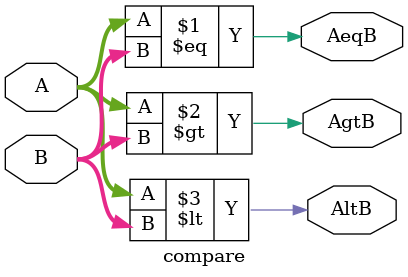
<source format=sv>
module compare (A, B, AeqB, AgtB, AltB); //figure4.40.v
    input [3:0] A, B;
    output AeqB, AgtB, AltB;

    assign AeqB = (A == B);
    assign AgtB = (A > B);
    assign AltB = (A < B);

endmodule
</source>
